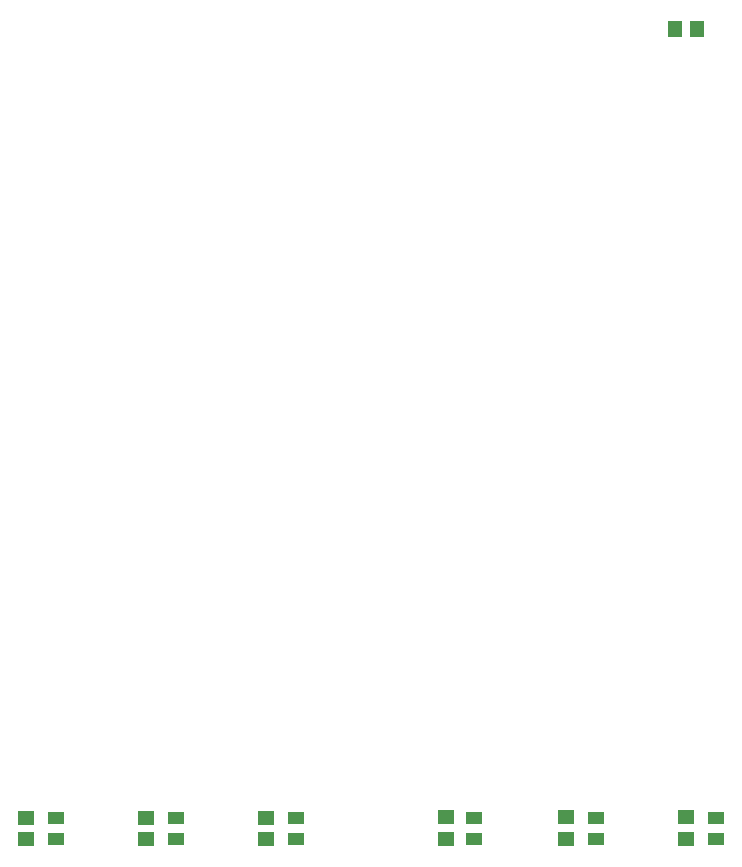
<source format=gbp>
G04*
G04 #@! TF.GenerationSoftware,Altium Limited,Altium Designer,20.0.2 (26)*
G04*
G04 Layer_Color=128*
%FSLAX25Y25*%
%MOIN*%
G70*
G01*
G75*
%ADD48R,0.05512X0.04724*%
%ADD49R,0.04724X0.05512*%
%ADD69R,0.05709X0.04331*%
D48*
X407000Y145240D02*
D03*
Y138154D02*
D03*
X367000Y145240D02*
D03*
Y138154D02*
D03*
X327000Y145240D02*
D03*
Y138154D02*
D03*
X267000Y145043D02*
D03*
Y137957D02*
D03*
X227000Y145043D02*
D03*
Y137957D02*
D03*
X187000D02*
D03*
Y145043D02*
D03*
D49*
X410543Y408000D02*
D03*
X403457D02*
D03*
D69*
X377000Y137957D02*
D03*
Y145043D02*
D03*
X417000D02*
D03*
Y137957D02*
D03*
X336500Y145043D02*
D03*
Y137957D02*
D03*
X237000Y145043D02*
D03*
Y137957D02*
D03*
X277000Y145043D02*
D03*
Y137957D02*
D03*
X197000D02*
D03*
Y145043D02*
D03*
M02*

</source>
